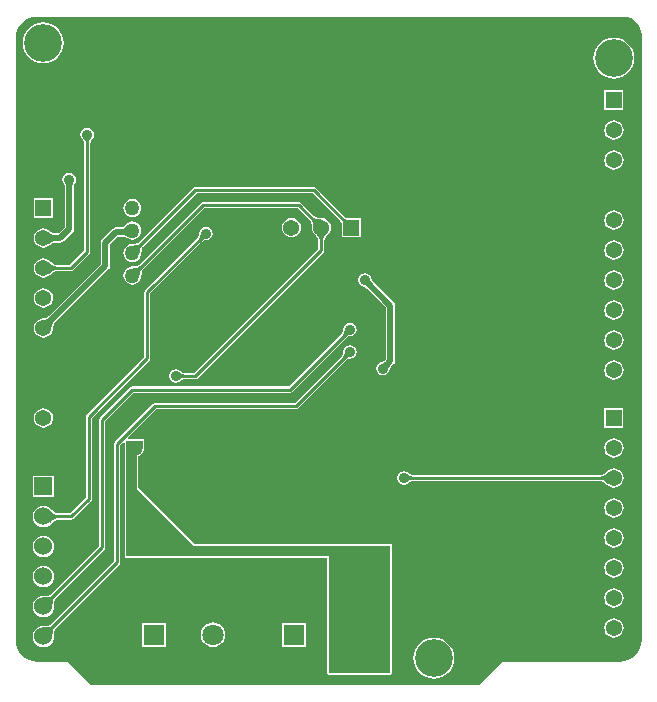
<source format=gbl>
G04*
G04 #@! TF.GenerationSoftware,Altium Limited,Altium Designer,24.3.1 (35)*
G04*
G04 Layer_Physical_Order=2*
G04 Layer_Color=16711680*
%FSLAX25Y25*%
%MOIN*%
G70*
G04*
G04 #@! TF.SameCoordinates,DE864B26-D939-457F-A8F5-E13979E0EDEB*
G04*
G04*
G04 #@! TF.FilePolarity,Positive*
G04*
G01*
G75*
%ADD14C,0.01000*%
%ADD46C,0.02000*%
%ADD49C,0.05394*%
%ADD50R,0.05394X0.05394*%
%ADD51C,0.06024*%
%ADD52R,0.06024X0.06024*%
%ADD53R,0.05394X0.05394*%
%ADD54R,0.07087X0.07087*%
%ADD55C,0.07087*%
%ADD56C,0.12598*%
%ADD57C,0.03500*%
%ADD58C,0.05000*%
G36*
X-191782Y117766D02*
X-191489Y117708D01*
X2455D01*
X2512Y117697D01*
X3370D01*
Y117690D01*
X4519Y117577D01*
X5624Y117242D01*
X6642Y116698D01*
X7534Y115965D01*
X8266Y115073D01*
X8811Y114055D01*
X9146Y112950D01*
X9259Y111801D01*
X9266D01*
X9266Y-90106D01*
X9265D01*
X9128Y-91493D01*
X8724Y-92826D01*
X8067Y-94055D01*
X7183Y-95132D01*
X6106Y-96016D01*
X4877Y-96673D01*
X3543Y-97078D01*
X2156Y-97214D01*
Y-97215D01*
X-36721D01*
X-37014Y-97273D01*
X-37262Y-97439D01*
X-37262Y-97439D01*
X-44912Y-105089D01*
X-174200D01*
X-181881Y-97408D01*
X-182130Y-97242D01*
X-182422Y-97184D01*
X-192292D01*
Y-97183D01*
X-193679Y-97046D01*
X-195012Y-96641D01*
X-196241Y-95985D01*
X-197319Y-95101D01*
X-198203Y-94024D01*
X-198859Y-92795D01*
X-199264Y-91461D01*
X-199400Y-90074D01*
X-199400Y-90074D01*
X-199400D01*
X-199402Y-89574D01*
X-199402Y110603D01*
X-199400D01*
X-199264Y111990D01*
X-198859Y113323D01*
X-198203Y114552D01*
X-197319Y115629D01*
X-196241Y116513D01*
X-195012Y117170D01*
X-193679Y117575D01*
X-192292Y117711D01*
X-192292Y117711D01*
Y117711D01*
X-191827Y117797D01*
X-191782Y117766D01*
D02*
G37*
%LPC*%
G36*
X-190174Y115852D02*
X-191507Y115720D01*
X-192789Y115332D01*
X-193970Y114700D01*
X-195005Y113851D01*
X-195855Y112815D01*
X-196486Y111634D01*
X-196875Y110353D01*
X-197006Y109020D01*
X-196875Y107687D01*
X-196486Y106405D01*
X-195855Y105224D01*
X-195005Y104189D01*
X-193970Y103339D01*
X-192789Y102708D01*
X-191507Y102319D01*
X-190174Y102188D01*
X-188841Y102319D01*
X-187560Y102708D01*
X-186378Y103339D01*
X-185343Y104189D01*
X-184494Y105224D01*
X-183862Y106405D01*
X-183473Y107687D01*
X-183342Y109020D01*
X-183473Y110353D01*
X-183862Y111634D01*
X-184494Y112815D01*
X-185343Y113851D01*
X-186378Y114700D01*
X-187560Y115332D01*
X-188841Y115720D01*
X-190174Y115852D01*
D02*
G37*
G36*
X0Y110832D02*
X-1333Y110701D01*
X-2615Y110312D01*
X-3796Y109681D01*
X-4831Y108831D01*
X-5681Y107796D01*
X-6312Y106614D01*
X-6701Y105333D01*
X-6832Y104000D01*
X-6701Y102667D01*
X-6312Y101385D01*
X-5681Y100204D01*
X-4831Y99169D01*
X-3796Y98319D01*
X-2615Y97688D01*
X-1333Y97299D01*
X0Y97168D01*
X1333Y97299D01*
X2615Y97688D01*
X3796Y98319D01*
X4831Y99169D01*
X5681Y100204D01*
X6312Y101385D01*
X6701Y102667D01*
X6832Y104000D01*
X6701Y105333D01*
X6312Y106614D01*
X5681Y107796D01*
X4831Y108831D01*
X3796Y109681D01*
X2615Y110312D01*
X1333Y110701D01*
X0Y110832D01*
D02*
G37*
G36*
X3197Y93197D02*
X-3197D01*
Y86803D01*
X3197D01*
Y93197D01*
D02*
G37*
G36*
X0Y83224D02*
X-835Y83115D01*
X-1612Y82792D01*
X-2280Y82280D01*
X-2792Y81612D01*
X-3115Y80835D01*
X-3224Y80000D01*
X-3115Y79165D01*
X-2792Y78388D01*
X-2280Y77720D01*
X-1612Y77208D01*
X-835Y76885D01*
X0Y76776D01*
X835Y76885D01*
X1612Y77208D01*
X2280Y77720D01*
X2792Y78388D01*
X3115Y79165D01*
X3224Y80000D01*
X3115Y80835D01*
X2792Y81612D01*
X2280Y82280D01*
X1612Y82792D01*
X835Y83115D01*
X0Y83224D01*
D02*
G37*
G36*
Y73224D02*
X-835Y73115D01*
X-1612Y72792D01*
X-2280Y72280D01*
X-2792Y71612D01*
X-3115Y70835D01*
X-3224Y70000D01*
X-3115Y69165D01*
X-2792Y68388D01*
X-2280Y67720D01*
X-1612Y67208D01*
X-835Y66885D01*
X0Y66776D01*
X835Y66885D01*
X1612Y67208D01*
X2280Y67720D01*
X2792Y68388D01*
X3115Y69165D01*
X3224Y70000D01*
X3115Y70835D01*
X2792Y71612D01*
X2280Y72280D01*
X1612Y72792D01*
X835Y73115D01*
X0Y73224D01*
D02*
G37*
G36*
X-160500Y57026D02*
X-161283Y56923D01*
X-162013Y56621D01*
X-162640Y56140D01*
X-163120Y55513D01*
X-163423Y54783D01*
X-163526Y54000D01*
X-163423Y53217D01*
X-163120Y52487D01*
X-162640Y51860D01*
X-162013Y51380D01*
X-161283Y51077D01*
X-160500Y50974D01*
X-159717Y51077D01*
X-158987Y51380D01*
X-158360Y51860D01*
X-157879Y52487D01*
X-157577Y53217D01*
X-157474Y54000D01*
X-157577Y54783D01*
X-157879Y55513D01*
X-158360Y56140D01*
X-158987Y56621D01*
X-159717Y56923D01*
X-160500Y57026D01*
D02*
G37*
G36*
X-186977Y57217D02*
X-193371D01*
Y50823D01*
X-186977D01*
Y57217D01*
D02*
G37*
G36*
X0Y53224D02*
X-835Y53115D01*
X-1612Y52792D01*
X-2280Y52280D01*
X-2792Y51612D01*
X-3115Y50835D01*
X-3224Y50000D01*
X-3115Y49165D01*
X-2792Y48388D01*
X-2280Y47720D01*
X-1612Y47207D01*
X-835Y46885D01*
X0Y46776D01*
X835Y46885D01*
X1612Y47207D01*
X2280Y47720D01*
X2792Y48388D01*
X3115Y49165D01*
X3224Y50000D01*
X3115Y50835D01*
X2792Y51612D01*
X2280Y52280D01*
X1612Y52792D01*
X835Y53115D01*
X0Y53224D01*
D02*
G37*
G36*
X-181500Y65794D02*
X-182378Y65619D01*
X-183122Y65122D01*
X-183619Y64378D01*
X-183794Y63500D01*
X-183619Y62622D01*
X-183145Y61912D01*
X-183143Y61907D01*
X-183134Y61895D01*
X-183131Y61892D01*
X-183122Y61869D01*
X-183106Y61814D01*
X-183089Y61733D01*
X-183074Y61639D01*
X-183043Y61187D01*
X-183041Y61008D01*
X-183029Y60980D01*
Y47633D01*
X-185111Y45552D01*
X-186009D01*
X-186034Y45564D01*
X-186276Y45572D01*
X-186488Y45594D01*
X-186689Y45631D01*
X-186880Y45682D01*
X-187063Y45747D01*
X-187236Y45825D01*
X-187403Y45919D01*
X-187562Y46026D01*
X-187716Y46150D01*
X-187879Y46303D01*
X-187919Y46319D01*
X-188562Y46812D01*
X-189340Y47134D01*
X-190174Y47244D01*
X-191009Y47134D01*
X-191786Y46812D01*
X-192454Y46300D01*
X-192967Y45632D01*
X-193289Y44854D01*
X-193399Y44020D01*
X-193289Y43185D01*
X-192967Y42408D01*
X-192454Y41740D01*
X-191786Y41227D01*
X-191009Y40905D01*
X-190174Y40795D01*
X-189340Y40905D01*
X-188562Y41227D01*
X-187911Y41727D01*
X-187874Y41741D01*
X-187711Y41895D01*
X-187558Y42018D01*
X-187399Y42126D01*
X-187233Y42220D01*
X-187059Y42298D01*
X-186878Y42363D01*
X-186687Y42414D01*
X-186485Y42451D01*
X-186273Y42474D01*
X-186032Y42482D01*
X-186006Y42493D01*
X-184477D01*
X-183892Y42610D01*
X-183396Y42941D01*
X-180419Y45919D01*
X-180087Y46415D01*
X-179971Y47000D01*
Y60975D01*
X-179959Y61001D01*
X-179950Y61358D01*
X-179926Y61635D01*
X-179911Y61733D01*
X-179894Y61814D01*
X-179878Y61869D01*
X-179869Y61892D01*
X-179866Y61895D01*
X-179857Y61907D01*
X-179855Y61912D01*
X-179381Y62622D01*
X-179206Y63500D01*
X-179381Y64378D01*
X-179878Y65122D01*
X-180622Y65619D01*
X-181500Y65794D01*
D02*
G37*
G36*
X-100000Y61020D02*
X-139500D01*
X-139890Y60942D01*
X-140221Y60721D01*
X-158374Y42568D01*
X-158418Y42553D01*
X-158536Y42449D01*
X-158649Y42373D01*
X-158786Y42300D01*
X-158948Y42234D01*
X-159137Y42176D01*
X-159352Y42126D01*
X-159587Y42088D01*
X-160159Y42044D01*
X-160480Y42041D01*
X-160523Y42023D01*
X-161283Y41923D01*
X-162013Y41620D01*
X-162640Y41140D01*
X-163120Y40513D01*
X-163423Y39783D01*
X-163526Y39000D01*
X-163423Y38217D01*
X-163120Y37487D01*
X-162640Y36860D01*
X-162013Y36380D01*
X-161283Y36077D01*
X-160500Y35974D01*
X-159717Y36077D01*
X-158987Y36380D01*
X-158360Y36860D01*
X-157879Y37487D01*
X-157577Y38217D01*
X-157479Y38965D01*
X-157459Y39008D01*
X-157439Y39645D01*
X-157413Y39906D01*
X-157374Y40148D01*
X-157324Y40363D01*
X-157266Y40552D01*
X-157200Y40714D01*
X-157127Y40851D01*
X-157051Y40964D01*
X-156947Y41082D01*
X-156932Y41126D01*
X-139078Y58980D01*
X-100422D01*
X-91306Y49864D01*
X-91288Y49816D01*
X-90931Y49433D01*
X-90812Y49284D01*
X-90721Y49155D01*
X-90697Y49112D01*
Y48812D01*
X-90714Y48771D01*
X-90697Y48729D01*
Y48728D01*
X-90707Y48684D01*
X-90697Y48668D01*
Y44303D01*
X-84303D01*
Y50697D01*
X-88668D01*
X-88684Y50707D01*
X-88728Y50697D01*
X-88729D01*
X-88771Y50714D01*
X-88812Y50697D01*
X-89113D01*
X-89155Y50722D01*
X-89278Y50808D01*
X-89615Y51094D01*
X-89809Y51281D01*
X-89859Y51301D01*
X-99279Y60721D01*
X-99610Y60942D01*
X-100000Y61020D01*
D02*
G37*
G36*
X-107500Y50724D02*
X-108335Y50615D01*
X-109112Y50292D01*
X-109780Y49780D01*
X-110292Y49112D01*
X-110615Y48335D01*
X-110724Y47500D01*
X-110615Y46665D01*
X-110292Y45888D01*
X-109780Y45220D01*
X-109112Y44708D01*
X-108335Y44385D01*
X-107500Y44276D01*
X-106666Y44385D01*
X-105888Y44708D01*
X-105220Y45220D01*
X-104708Y45888D01*
X-104385Y46665D01*
X-104276Y47500D01*
X-104385Y48335D01*
X-104708Y49112D01*
X-105220Y49780D01*
X-105888Y50292D01*
X-106666Y50615D01*
X-107500Y50724D01*
D02*
G37*
G36*
X-160500Y49526D02*
X-161283Y49423D01*
X-162013Y49121D01*
X-162640Y48640D01*
X-162959Y48224D01*
X-163037Y48176D01*
X-163138Y48037D01*
X-163229Y47937D01*
X-163330Y47849D01*
X-163442Y47772D01*
X-163567Y47706D01*
X-163708Y47649D01*
X-163866Y47604D01*
X-164041Y47570D01*
X-164236Y47549D01*
X-164468Y47541D01*
X-164493Y47529D01*
X-166000D01*
X-166585Y47413D01*
X-167081Y47081D01*
X-170581Y43581D01*
X-170913Y43085D01*
X-171029Y42500D01*
Y35327D01*
X-188310Y18047D01*
X-188336Y18037D01*
X-188512Y17873D01*
X-188678Y17739D01*
X-188846Y17622D01*
X-189017Y17523D01*
X-189192Y17440D01*
X-189371Y17373D01*
X-189554Y17322D01*
X-189743Y17285D01*
X-189939Y17264D01*
X-190163Y17257D01*
X-190200Y17241D01*
X-191009Y17134D01*
X-191786Y16812D01*
X-192454Y16300D01*
X-192967Y15632D01*
X-193289Y14854D01*
X-193399Y14020D01*
X-193289Y13185D01*
X-192967Y12408D01*
X-192454Y11740D01*
X-191786Y11227D01*
X-191009Y10905D01*
X-190174Y10795D01*
X-189340Y10905D01*
X-188562Y11227D01*
X-187894Y11740D01*
X-187382Y12408D01*
X-187060Y13185D01*
X-186953Y13994D01*
X-186936Y14031D01*
X-186930Y14255D01*
X-186909Y14451D01*
X-186872Y14640D01*
X-186821Y14823D01*
X-186754Y15002D01*
X-186671Y15176D01*
X-186572Y15348D01*
X-186455Y15516D01*
X-186321Y15682D01*
X-186156Y15858D01*
X-186147Y15884D01*
X-168419Y33612D01*
X-168087Y34109D01*
X-167971Y34694D01*
Y41866D01*
X-165366Y44471D01*
X-164049D01*
X-164025Y44459D01*
X-163561Y44438D01*
X-163365Y44413D01*
X-163173Y44379D01*
X-162990Y44335D01*
X-162816Y44282D01*
X-162651Y44219D01*
X-162494Y44148D01*
X-162344Y44069D01*
X-162187Y43970D01*
X-162115Y43957D01*
X-162013Y43880D01*
X-161283Y43577D01*
X-160500Y43474D01*
X-159717Y43577D01*
X-158987Y43880D01*
X-158360Y44360D01*
X-157879Y44987D01*
X-157577Y45717D01*
X-157474Y46500D01*
X-157577Y47283D01*
X-157879Y48013D01*
X-158360Y48640D01*
X-158987Y49121D01*
X-159717Y49423D01*
X-160500Y49526D01*
D02*
G37*
G36*
X-136000Y47794D02*
X-136878Y47620D01*
X-137622Y47122D01*
X-138119Y46378D01*
X-138294Y45500D01*
X-138291Y45485D01*
X-138294Y45310D01*
X-138306Y45154D01*
X-138327Y45011D01*
X-138355Y44880D01*
X-138390Y44761D01*
X-138432Y44653D01*
X-138481Y44554D01*
X-138535Y44465D01*
X-138597Y44383D01*
X-138682Y44289D01*
X-138699Y44243D01*
X-156221Y26721D01*
X-156442Y26390D01*
X-156520Y26000D01*
Y4422D01*
X-175721Y-14779D01*
X-175942Y-15110D01*
X-176020Y-15500D01*
Y-42578D01*
X-181237Y-47795D01*
X-185317D01*
X-185357Y-47775D01*
X-185535Y-47762D01*
X-185694Y-47728D01*
X-185874Y-47667D01*
X-186076Y-47575D01*
X-186296Y-47451D01*
X-186535Y-47293D01*
X-186784Y-47106D01*
X-187345Y-46615D01*
X-187643Y-46321D01*
X-187669Y-46311D01*
X-187670Y-46310D01*
X-188403Y-45747D01*
X-189257Y-45393D01*
X-190174Y-45273D01*
X-191091Y-45393D01*
X-191945Y-45747D01*
X-192679Y-46310D01*
X-193242Y-47044D01*
X-193596Y-47898D01*
X-193716Y-48815D01*
X-193596Y-49732D01*
X-193242Y-50586D01*
X-192679Y-51320D01*
X-191945Y-51882D01*
X-191091Y-52236D01*
X-190174Y-52357D01*
X-189257Y-52236D01*
X-188403Y-51882D01*
X-187670Y-51320D01*
X-187669Y-51319D01*
X-187643Y-51309D01*
X-187345Y-51015D01*
X-186784Y-50524D01*
X-186535Y-50337D01*
X-186296Y-50179D01*
X-186076Y-50055D01*
X-185874Y-49963D01*
X-185694Y-49902D01*
X-185535Y-49868D01*
X-185357Y-49855D01*
X-185317Y-49835D01*
X-180815D01*
X-180425Y-49757D01*
X-180094Y-49536D01*
X-174279Y-43721D01*
X-174058Y-43390D01*
X-173980Y-43000D01*
Y-15922D01*
X-154779Y3279D01*
X-154558Y3610D01*
X-154480Y4000D01*
Y25578D01*
X-137257Y42801D01*
X-137211Y42818D01*
X-137117Y42903D01*
X-137035Y42965D01*
X-136945Y43019D01*
X-136847Y43068D01*
X-136739Y43110D01*
X-136620Y43145D01*
X-136489Y43173D01*
X-136346Y43194D01*
X-136190Y43206D01*
X-136015Y43209D01*
X-136000Y43206D01*
X-135122Y43380D01*
X-134378Y43878D01*
X-133880Y44622D01*
X-133706Y45500D01*
X-133880Y46378D01*
X-134378Y47122D01*
X-135122Y47620D01*
X-136000Y47794D01*
D02*
G37*
G36*
X0Y43224D02*
X-835Y43115D01*
X-1612Y42792D01*
X-2280Y42280D01*
X-2792Y41612D01*
X-3115Y40835D01*
X-3224Y40000D01*
X-3115Y39165D01*
X-2792Y38388D01*
X-2280Y37720D01*
X-1612Y37207D01*
X-835Y36885D01*
X0Y36776D01*
X835Y36885D01*
X1612Y37207D01*
X2280Y37720D01*
X2792Y38388D01*
X3115Y39165D01*
X3224Y40000D01*
X3115Y40835D01*
X2792Y41612D01*
X2280Y42280D01*
X1612Y42792D01*
X835Y43115D01*
X0Y43224D01*
D02*
G37*
G36*
X-175500Y80794D02*
X-176378Y80619D01*
X-177122Y80122D01*
X-177620Y79378D01*
X-177794Y78500D01*
X-177620Y77622D01*
X-177122Y76878D01*
X-177110Y76869D01*
X-176988Y76743D01*
X-176886Y76625D01*
X-176800Y76509D01*
X-176727Y76397D01*
X-176668Y76287D01*
X-176621Y76181D01*
X-176586Y76077D01*
X-176561Y75975D01*
X-176547Y75874D01*
X-176541Y75747D01*
X-176520Y75703D01*
Y39922D01*
X-181422Y35020D01*
X-185824D01*
X-185865Y35040D01*
X-186031Y35051D01*
X-186174Y35080D01*
X-186334Y35132D01*
X-186510Y35209D01*
X-186701Y35314D01*
X-186907Y35447D01*
X-187119Y35604D01*
X-187599Y36024D01*
X-187852Y36277D01*
X-187888Y36291D01*
X-187894Y36300D01*
X-188562Y36812D01*
X-189340Y37134D01*
X-190174Y37244D01*
X-191009Y37134D01*
X-191786Y36812D01*
X-192454Y36300D01*
X-192967Y35632D01*
X-193289Y34854D01*
X-193399Y34020D01*
X-193289Y33185D01*
X-192967Y32408D01*
X-192454Y31740D01*
X-191786Y31227D01*
X-191009Y30905D01*
X-190174Y30795D01*
X-189340Y30905D01*
X-188562Y31227D01*
X-187940Y31704D01*
X-187893Y31722D01*
X-187373Y32207D01*
X-187143Y32394D01*
X-186921Y32555D01*
X-186713Y32687D01*
X-186519Y32791D01*
X-186341Y32868D01*
X-186180Y32920D01*
X-186037Y32949D01*
X-185872Y32960D01*
X-185831Y32980D01*
X-181000D01*
X-180610Y33058D01*
X-180279Y33279D01*
X-174779Y38779D01*
X-174558Y39110D01*
X-174480Y39500D01*
Y75703D01*
X-174459Y75747D01*
X-174453Y75874D01*
X-174439Y75975D01*
X-174414Y76077D01*
X-174379Y76181D01*
X-174332Y76287D01*
X-174273Y76397D01*
X-174200Y76509D01*
X-174114Y76625D01*
X-174012Y76743D01*
X-173890Y76869D01*
X-173878Y76878D01*
X-173380Y77622D01*
X-173206Y78500D01*
X-173380Y79378D01*
X-173878Y80122D01*
X-174622Y80619D01*
X-175500Y80794D01*
D02*
G37*
G36*
X0Y33224D02*
X-835Y33115D01*
X-1612Y32792D01*
X-2280Y32280D01*
X-2792Y31612D01*
X-3115Y30835D01*
X-3224Y30000D01*
X-3115Y29165D01*
X-2792Y28388D01*
X-2280Y27720D01*
X-1612Y27207D01*
X-835Y26885D01*
X0Y26776D01*
X835Y26885D01*
X1612Y27207D01*
X2280Y27720D01*
X2792Y28388D01*
X3115Y29165D01*
X3224Y30000D01*
X3115Y30835D01*
X2792Y31612D01*
X2280Y32280D01*
X1612Y32792D01*
X835Y33115D01*
X0Y33224D01*
D02*
G37*
G36*
X-190174Y27244D02*
X-191009Y27134D01*
X-191786Y26812D01*
X-192454Y26300D01*
X-192967Y25632D01*
X-193289Y24854D01*
X-193399Y24020D01*
X-193289Y23185D01*
X-192967Y22408D01*
X-192454Y21740D01*
X-191786Y21227D01*
X-191009Y20905D01*
X-190174Y20795D01*
X-189340Y20905D01*
X-188562Y21227D01*
X-187894Y21740D01*
X-187382Y22408D01*
X-187060Y23185D01*
X-186950Y24020D01*
X-187060Y24854D01*
X-187382Y25632D01*
X-187894Y26300D01*
X-188562Y26812D01*
X-189340Y27134D01*
X-190174Y27244D01*
D02*
G37*
G36*
X0Y23224D02*
X-835Y23115D01*
X-1612Y22792D01*
X-2280Y22280D01*
X-2792Y21612D01*
X-3115Y20834D01*
X-3224Y20000D01*
X-3115Y19165D01*
X-2792Y18388D01*
X-2280Y17720D01*
X-1612Y17208D01*
X-835Y16885D01*
X0Y16776D01*
X835Y16885D01*
X1612Y17208D01*
X2280Y17720D01*
X2792Y18388D01*
X3115Y19165D01*
X3224Y20000D01*
X3115Y20834D01*
X2792Y21612D01*
X2280Y22280D01*
X1612Y22792D01*
X835Y23115D01*
X0Y23224D01*
D02*
G37*
G36*
X-88000Y15794D02*
X-88878Y15619D01*
X-89622Y15122D01*
X-90119Y14378D01*
X-90294Y13500D01*
X-90291Y13485D01*
X-90294Y13310D01*
X-90306Y13154D01*
X-90327Y13011D01*
X-90355Y12880D01*
X-90390Y12761D01*
X-90432Y12653D01*
X-90481Y12554D01*
X-90535Y12465D01*
X-90597Y12383D01*
X-90682Y12289D01*
X-90699Y12243D01*
X-108422Y-5480D01*
X-160500D01*
X-160890Y-5558D01*
X-161221Y-5779D01*
X-171221Y-15779D01*
X-171442Y-16110D01*
X-171520Y-16500D01*
Y-58719D01*
X-187460Y-74659D01*
X-187503Y-74673D01*
X-187638Y-74790D01*
X-187775Y-74878D01*
X-187946Y-74963D01*
X-188153Y-75040D01*
X-188397Y-75108D01*
X-188676Y-75165D01*
X-188985Y-75209D01*
X-189729Y-75259D01*
X-190148Y-75262D01*
X-190174Y-75273D01*
X-190174Y-75273D01*
X-191091Y-75393D01*
X-191945Y-75747D01*
X-192679Y-76310D01*
X-193242Y-77044D01*
X-193596Y-77898D01*
X-193716Y-78815D01*
X-193596Y-79732D01*
X-193242Y-80586D01*
X-192679Y-81320D01*
X-191945Y-81883D01*
X-191091Y-82236D01*
X-190174Y-82357D01*
X-189257Y-82236D01*
X-188403Y-81883D01*
X-187670Y-81320D01*
X-187107Y-80586D01*
X-186753Y-79732D01*
X-186632Y-78815D01*
X-186632Y-78814D01*
X-186621Y-78789D01*
X-186618Y-78369D01*
X-186569Y-77626D01*
X-186525Y-77317D01*
X-186468Y-77038D01*
X-186399Y-76794D01*
X-186322Y-76587D01*
X-186238Y-76415D01*
X-186149Y-76279D01*
X-186033Y-76144D01*
X-186019Y-76101D01*
X-169779Y-59862D01*
X-169558Y-59531D01*
X-169480Y-59141D01*
Y-16922D01*
X-160078Y-7520D01*
X-108000D01*
X-107610Y-7442D01*
X-107279Y-7221D01*
X-89257Y10801D01*
X-89211Y10818D01*
X-89117Y10903D01*
X-89035Y10965D01*
X-88946Y11019D01*
X-88847Y11068D01*
X-88739Y11110D01*
X-88620Y11145D01*
X-88489Y11173D01*
X-88346Y11194D01*
X-88190Y11206D01*
X-88015Y11209D01*
X-88000Y11206D01*
X-87122Y11381D01*
X-86378Y11878D01*
X-85881Y12622D01*
X-85706Y13500D01*
X-85881Y14378D01*
X-86378Y15122D01*
X-87122Y15619D01*
X-88000Y15794D01*
D02*
G37*
G36*
X0Y13224D02*
X-835Y13115D01*
X-1612Y12792D01*
X-2280Y12280D01*
X-2792Y11612D01*
X-3115Y10835D01*
X-3224Y10000D01*
X-3115Y9165D01*
X-2792Y8388D01*
X-2280Y7720D01*
X-1612Y7208D01*
X-835Y6885D01*
X0Y6776D01*
X835Y6885D01*
X1612Y7208D01*
X2280Y7720D01*
X2792Y8388D01*
X3115Y9165D01*
X3224Y10000D01*
X3115Y10835D01*
X2792Y11612D01*
X2280Y12280D01*
X1612Y12792D01*
X835Y13115D01*
X0Y13224D01*
D02*
G37*
G36*
X-88000Y8294D02*
X-88878Y8119D01*
X-89622Y7622D01*
X-90119Y6878D01*
X-90294Y6000D01*
X-90291Y5985D01*
X-90294Y5810D01*
X-90306Y5654D01*
X-90327Y5511D01*
X-90355Y5380D01*
X-90390Y5261D01*
X-90432Y5153D01*
X-90481Y5054D01*
X-90535Y4965D01*
X-90597Y4883D01*
X-90682Y4789D01*
X-90699Y4743D01*
X-106422Y-10980D01*
X-153000D01*
X-153390Y-11058D01*
X-153721Y-11279D01*
X-166221Y-23779D01*
X-166442Y-24110D01*
X-166520Y-24500D01*
Y-63718D01*
X-187460Y-84659D01*
X-187503Y-84673D01*
X-187638Y-84790D01*
X-187775Y-84878D01*
X-187946Y-84962D01*
X-188153Y-85040D01*
X-188397Y-85108D01*
X-188676Y-85165D01*
X-188985Y-85209D01*
X-189729Y-85259D01*
X-190148Y-85262D01*
X-190174Y-85273D01*
X-190174Y-85273D01*
X-191091Y-85394D01*
X-191945Y-85747D01*
X-192679Y-86310D01*
X-193242Y-87044D01*
X-193596Y-87898D01*
X-193716Y-88815D01*
X-193596Y-89732D01*
X-193242Y-90586D01*
X-192679Y-91320D01*
X-191945Y-91882D01*
X-191091Y-92236D01*
X-190174Y-92357D01*
X-189257Y-92236D01*
X-188403Y-91882D01*
X-187670Y-91320D01*
X-187107Y-90586D01*
X-186753Y-89732D01*
X-186632Y-88815D01*
X-186632Y-88814D01*
X-186621Y-88789D01*
X-186618Y-88370D01*
X-186569Y-87626D01*
X-186525Y-87317D01*
X-186468Y-87038D01*
X-186399Y-86794D01*
X-186322Y-86587D01*
X-186238Y-86415D01*
X-186149Y-86279D01*
X-186033Y-86144D01*
X-186019Y-86101D01*
X-164779Y-64862D01*
X-164558Y-64531D01*
X-164480Y-64141D01*
Y-24922D01*
X-163541Y-23983D01*
X-163041Y-24190D01*
Y-62000D01*
X-162883Y-62383D01*
X-162500Y-62541D01*
X-95541D01*
Y-101000D01*
X-95383Y-101383D01*
X-95000Y-101541D01*
X-74500D01*
X-74117Y-101383D01*
X-73959Y-101000D01*
Y-58500D01*
X-74117Y-58117D01*
X-74500Y-57959D01*
X-139776D01*
X-158459Y-39276D01*
Y-28725D01*
X-158389Y-28673D01*
X-158122Y-28620D01*
X-157378Y-28122D01*
X-156880Y-27378D01*
X-156706Y-26500D01*
X-156711Y-26476D01*
X-156617Y-26383D01*
X-156459Y-26000D01*
X-156459Y-26000D01*
Y-23500D01*
X-156617Y-23117D01*
X-157000Y-22959D01*
X-161810D01*
X-162017Y-22459D01*
X-152578Y-13020D01*
X-106000D01*
X-105610Y-12942D01*
X-105279Y-12721D01*
X-89257Y3301D01*
X-89211Y3318D01*
X-89117Y3403D01*
X-89035Y3464D01*
X-88946Y3519D01*
X-88847Y3568D01*
X-88739Y3610D01*
X-88620Y3645D01*
X-88489Y3673D01*
X-88346Y3694D01*
X-88190Y3706D01*
X-88015Y3709D01*
X-88000Y3706D01*
X-87122Y3881D01*
X-86378Y4378D01*
X-85881Y5122D01*
X-85706Y6000D01*
X-85881Y6878D01*
X-86378Y7622D01*
X-87122Y8119D01*
X-88000Y8294D01*
D02*
G37*
G36*
X-105000Y56020D02*
X-137000D01*
X-137390Y55942D01*
X-137721Y55721D01*
X-158374Y35068D01*
X-158418Y35053D01*
X-158536Y34949D01*
X-158649Y34873D01*
X-158786Y34800D01*
X-158948Y34734D01*
X-159137Y34676D01*
X-159352Y34626D01*
X-159587Y34589D01*
X-160159Y34544D01*
X-160480Y34541D01*
X-160523Y34523D01*
X-161283Y34423D01*
X-162013Y34121D01*
X-162640Y33640D01*
X-163120Y33013D01*
X-163423Y32283D01*
X-163526Y31500D01*
X-163423Y30717D01*
X-163120Y29987D01*
X-162640Y29360D01*
X-162013Y28879D01*
X-161283Y28577D01*
X-160500Y28474D01*
X-159717Y28577D01*
X-158987Y28879D01*
X-158360Y29360D01*
X-157879Y29987D01*
X-157577Y30717D01*
X-157479Y31465D01*
X-157459Y31508D01*
X-157439Y32145D01*
X-157413Y32406D01*
X-157374Y32648D01*
X-157324Y32863D01*
X-157266Y33052D01*
X-157200Y33214D01*
X-157127Y33351D01*
X-157051Y33464D01*
X-156947Y33582D01*
X-156932Y33626D01*
X-136578Y53980D01*
X-105422D01*
X-101294Y49852D01*
X-101280Y49809D01*
X-101171Y49684D01*
X-101090Y49562D01*
X-101013Y49413D01*
X-100943Y49233D01*
X-100880Y49023D01*
X-100828Y48783D01*
X-100787Y48520D01*
X-100741Y47881D01*
X-100738Y47522D01*
X-100723Y47486D01*
X-100615Y46665D01*
X-100292Y45888D01*
X-99796Y45240D01*
X-99781Y45202D01*
X-99294Y44687D01*
X-99107Y44460D01*
X-98946Y44240D01*
X-98813Y44033D01*
X-98709Y43840D01*
X-98632Y43663D01*
X-98580Y43503D01*
X-98551Y43360D01*
X-98540Y43194D01*
X-98520Y43154D01*
Y40422D01*
X-139922Y-980D01*
X-143203D01*
X-143247Y-959D01*
X-143374Y-953D01*
X-143475Y-939D01*
X-143577Y-914D01*
X-143681Y-879D01*
X-143787Y-832D01*
X-143897Y-773D01*
X-144009Y-701D01*
X-144125Y-614D01*
X-144243Y-512D01*
X-144369Y-390D01*
X-144378Y-378D01*
X-145122Y119D01*
X-146000Y294D01*
X-146878Y119D01*
X-147622Y-378D01*
X-148119Y-1122D01*
X-148294Y-2000D01*
X-148119Y-2878D01*
X-147622Y-3622D01*
X-146878Y-4119D01*
X-146000Y-4294D01*
X-145122Y-4119D01*
X-144378Y-3622D01*
X-144369Y-3610D01*
X-144243Y-3488D01*
X-144125Y-3386D01*
X-144009Y-3300D01*
X-143897Y-3227D01*
X-143787Y-3168D01*
X-143681Y-3121D01*
X-143577Y-3086D01*
X-143475Y-3061D01*
X-143374Y-3047D01*
X-143247Y-3041D01*
X-143203Y-3020D01*
X-139500D01*
X-139110Y-2942D01*
X-138779Y-2721D01*
X-96779Y39279D01*
X-96558Y39610D01*
X-96480Y40000D01*
Y43154D01*
X-96460Y43194D01*
X-96449Y43360D01*
X-96420Y43503D01*
X-96368Y43663D01*
X-96291Y43840D01*
X-96187Y44033D01*
X-96054Y44240D01*
X-95897Y44454D01*
X-95478Y44939D01*
X-95226Y45195D01*
X-95212Y45231D01*
X-94708Y45888D01*
X-94385Y46665D01*
X-94276Y47500D01*
X-94385Y48335D01*
X-94708Y49112D01*
X-95220Y49780D01*
X-95888Y50292D01*
X-96665Y50615D01*
X-97474Y50721D01*
X-97512Y50738D01*
X-98220Y50758D01*
X-98513Y50787D01*
X-98783Y50828D01*
X-99023Y50880D01*
X-99233Y50943D01*
X-99413Y51013D01*
X-99562Y51090D01*
X-99684Y51171D01*
X-99809Y51280D01*
X-99852Y51294D01*
X-104279Y55721D01*
X-104610Y55942D01*
X-105000Y56020D01*
D02*
G37*
G36*
X-83000Y32294D02*
X-83878Y32120D01*
X-84622Y31622D01*
X-85119Y30878D01*
X-85294Y30000D01*
X-85119Y29122D01*
X-84622Y28378D01*
X-83878Y27880D01*
X-83040Y27714D01*
X-83035Y27711D01*
X-83021Y27710D01*
X-83016Y27709D01*
X-82994Y27700D01*
X-82943Y27672D01*
X-82874Y27627D01*
X-82798Y27571D01*
X-82456Y27273D01*
X-82327Y27148D01*
X-82300Y27137D01*
X-76029Y20866D01*
Y3633D01*
X-76296Y3367D01*
X-76323Y3357D01*
X-76581Y3110D01*
X-76794Y2932D01*
X-76874Y2873D01*
X-76943Y2828D01*
X-76994Y2801D01*
X-77016Y2791D01*
X-77021Y2790D01*
X-77035Y2788D01*
X-77040Y2786D01*
X-77878Y2620D01*
X-78622Y2122D01*
X-79119Y1378D01*
X-79294Y500D01*
X-79119Y-378D01*
X-78622Y-1122D01*
X-77878Y-1619D01*
X-77000Y-1794D01*
X-76122Y-1619D01*
X-75378Y-1122D01*
X-74881Y-378D01*
X-74714Y460D01*
X-74712Y465D01*
X-74710Y479D01*
X-74709Y484D01*
X-74699Y506D01*
X-74672Y557D01*
X-74627Y626D01*
X-74571Y702D01*
X-74274Y1044D01*
X-74148Y1173D01*
X-74137Y1200D01*
X-73419Y1919D01*
X-73087Y2415D01*
X-72971Y3000D01*
Y21500D01*
X-73087Y22085D01*
X-73419Y22581D01*
X-80133Y29296D01*
X-80143Y29322D01*
X-80390Y29581D01*
X-80568Y29794D01*
X-80627Y29874D01*
X-80672Y29943D01*
X-80699Y29994D01*
X-80709Y30016D01*
X-80710Y30021D01*
X-80712Y30035D01*
X-80714Y30040D01*
X-80881Y30878D01*
X-81378Y31622D01*
X-82122Y32120D01*
X-83000Y32294D01*
D02*
G37*
G36*
X0Y3224D02*
X-835Y3115D01*
X-1612Y2792D01*
X-2280Y2280D01*
X-2792Y1612D01*
X-3115Y835D01*
X-3224Y0D01*
X-3115Y-835D01*
X-2792Y-1612D01*
X-2280Y-2280D01*
X-1612Y-2792D01*
X-835Y-3115D01*
X0Y-3224D01*
X835Y-3115D01*
X1612Y-2792D01*
X2280Y-2280D01*
X2792Y-1612D01*
X3115Y-835D01*
X3224Y0D01*
X3115Y835D01*
X2792Y1612D01*
X2280Y2280D01*
X1612Y2792D01*
X835Y3115D01*
X0Y3224D01*
D02*
G37*
G36*
X3197Y-12787D02*
X-3197D01*
Y-19181D01*
X3197D01*
Y-12787D01*
D02*
G37*
G36*
X-190174Y-12756D02*
X-191009Y-12866D01*
X-191786Y-13188D01*
X-192454Y-13700D01*
X-192967Y-14368D01*
X-193289Y-15146D01*
X-193399Y-15980D01*
X-193289Y-16815D01*
X-192967Y-17593D01*
X-192454Y-18260D01*
X-191786Y-18773D01*
X-191009Y-19095D01*
X-190174Y-19205D01*
X-189340Y-19095D01*
X-188562Y-18773D01*
X-187894Y-18260D01*
X-187382Y-17593D01*
X-187060Y-16815D01*
X-186950Y-15980D01*
X-187060Y-15146D01*
X-187382Y-14368D01*
X-187894Y-13700D01*
X-188562Y-13188D01*
X-189340Y-12866D01*
X-190174Y-12756D01*
D02*
G37*
G36*
X0Y-22760D02*
X-835Y-22870D01*
X-1612Y-23192D01*
X-2280Y-23704D01*
X-2792Y-24372D01*
X-3115Y-25150D01*
X-3224Y-25984D01*
X-3115Y-26819D01*
X-2792Y-27597D01*
X-2280Y-28264D01*
X-1612Y-28777D01*
X-835Y-29099D01*
X0Y-29209D01*
X835Y-29099D01*
X1612Y-28777D01*
X2280Y-28264D01*
X2792Y-27597D01*
X3115Y-26819D01*
X3224Y-25984D01*
X3115Y-25150D01*
X2792Y-24372D01*
X2280Y-23704D01*
X1612Y-23192D01*
X835Y-22870D01*
X0Y-22760D01*
D02*
G37*
G36*
Y-32760D02*
X-835Y-32870D01*
X-1612Y-33192D01*
X-2260Y-33689D01*
X-2297Y-33703D01*
X-2813Y-34190D01*
X-3040Y-34377D01*
X-3260Y-34538D01*
X-3467Y-34671D01*
X-3660Y-34775D01*
X-3837Y-34852D01*
X-3997Y-34904D01*
X-4140Y-34933D01*
X-4306Y-34944D01*
X-4346Y-34965D01*
X-67187D01*
X-67232Y-34944D01*
X-67359Y-34938D01*
X-67460Y-34923D01*
X-67561Y-34899D01*
X-67665Y-34863D01*
X-67772Y-34817D01*
X-67881Y-34757D01*
X-67993Y-34685D01*
X-68109Y-34598D01*
X-68227Y-34497D01*
X-68354Y-34375D01*
X-68362Y-34362D01*
X-69106Y-33865D01*
X-69984Y-33690D01*
X-70862Y-33865D01*
X-71606Y-34362D01*
X-72104Y-35106D01*
X-72278Y-35984D01*
X-72104Y-36862D01*
X-71606Y-37606D01*
X-70862Y-38104D01*
X-69984Y-38278D01*
X-69106Y-38104D01*
X-68362Y-37606D01*
X-68354Y-37594D01*
X-68227Y-37472D01*
X-68109Y-37371D01*
X-67993Y-37284D01*
X-67881Y-37211D01*
X-67772Y-37152D01*
X-67665Y-37105D01*
X-67561Y-37070D01*
X-67460Y-37045D01*
X-67359Y-37031D01*
X-67232Y-37025D01*
X-67187Y-37004D01*
X-4346D01*
X-4306Y-37024D01*
X-4140Y-37036D01*
X-3997Y-37064D01*
X-3837Y-37116D01*
X-3660Y-37193D01*
X-3467Y-37297D01*
X-3260Y-37430D01*
X-3046Y-37588D01*
X-2561Y-38006D01*
X-2305Y-38258D01*
X-2269Y-38273D01*
X-1612Y-38777D01*
X-835Y-39099D01*
X0Y-39209D01*
X835Y-39099D01*
X1612Y-38777D01*
X2280Y-38264D01*
X2792Y-37596D01*
X3115Y-36819D01*
X3224Y-35984D01*
X3115Y-35150D01*
X2792Y-34372D01*
X2280Y-33704D01*
X1612Y-33192D01*
X835Y-32870D01*
X0Y-32760D01*
D02*
G37*
G36*
X-186662Y-35303D02*
X-193686D01*
Y-42327D01*
X-186662D01*
Y-35303D01*
D02*
G37*
G36*
X0Y-42760D02*
X-835Y-42870D01*
X-1612Y-43192D01*
X-2280Y-43704D01*
X-2792Y-44372D01*
X-3115Y-45150D01*
X-3224Y-45984D01*
X-3115Y-46819D01*
X-2792Y-47596D01*
X-2280Y-48264D01*
X-1612Y-48777D01*
X-835Y-49099D01*
X0Y-49209D01*
X835Y-49099D01*
X1612Y-48777D01*
X2280Y-48264D01*
X2792Y-47596D01*
X3115Y-46819D01*
X3224Y-45984D01*
X3115Y-45150D01*
X2792Y-44372D01*
X2280Y-43704D01*
X1612Y-43192D01*
X835Y-42870D01*
X0Y-42760D01*
D02*
G37*
G36*
Y-52760D02*
X-835Y-52870D01*
X-1612Y-53192D01*
X-2280Y-53704D01*
X-2792Y-54372D01*
X-3115Y-55150D01*
X-3224Y-55984D01*
X-3115Y-56819D01*
X-2792Y-57596D01*
X-2280Y-58264D01*
X-1612Y-58777D01*
X-835Y-59099D01*
X0Y-59209D01*
X835Y-59099D01*
X1612Y-58777D01*
X2280Y-58264D01*
X2792Y-57596D01*
X3115Y-56819D01*
X3224Y-55984D01*
X3115Y-55150D01*
X2792Y-54372D01*
X2280Y-53704D01*
X1612Y-53192D01*
X835Y-52870D01*
X0Y-52760D01*
D02*
G37*
G36*
X-190174Y-55273D02*
X-191091Y-55393D01*
X-191945Y-55747D01*
X-192679Y-56310D01*
X-193242Y-57044D01*
X-193596Y-57898D01*
X-193716Y-58815D01*
X-193596Y-59732D01*
X-193242Y-60586D01*
X-192679Y-61320D01*
X-191945Y-61883D01*
X-191091Y-62236D01*
X-190174Y-62357D01*
X-189257Y-62236D01*
X-188403Y-61883D01*
X-187670Y-61320D01*
X-187107Y-60586D01*
X-186753Y-59732D01*
X-186632Y-58815D01*
X-186753Y-57898D01*
X-187107Y-57044D01*
X-187670Y-56310D01*
X-188403Y-55747D01*
X-189257Y-55393D01*
X-190174Y-55273D01*
D02*
G37*
G36*
X0Y-62760D02*
X-835Y-62870D01*
X-1612Y-63192D01*
X-2280Y-63704D01*
X-2792Y-64372D01*
X-3115Y-65150D01*
X-3224Y-65984D01*
X-3115Y-66819D01*
X-2792Y-67597D01*
X-2280Y-68264D01*
X-1612Y-68777D01*
X-835Y-69099D01*
X0Y-69209D01*
X835Y-69099D01*
X1612Y-68777D01*
X2280Y-68264D01*
X2792Y-67597D01*
X3115Y-66819D01*
X3224Y-65984D01*
X3115Y-65150D01*
X2792Y-64372D01*
X2280Y-63704D01*
X1612Y-63192D01*
X835Y-62870D01*
X0Y-62760D01*
D02*
G37*
G36*
X-190174Y-65273D02*
X-191091Y-65394D01*
X-191945Y-65747D01*
X-192679Y-66310D01*
X-193242Y-67044D01*
X-193596Y-67898D01*
X-193716Y-68815D01*
X-193596Y-69732D01*
X-193242Y-70586D01*
X-192679Y-71320D01*
X-191945Y-71882D01*
X-191091Y-72236D01*
X-190174Y-72357D01*
X-189257Y-72236D01*
X-188403Y-71882D01*
X-187670Y-71320D01*
X-187107Y-70586D01*
X-186753Y-69732D01*
X-186632Y-68815D01*
X-186753Y-67898D01*
X-187107Y-67044D01*
X-187670Y-66310D01*
X-188403Y-65747D01*
X-189257Y-65394D01*
X-190174Y-65273D01*
D02*
G37*
G36*
X0Y-72760D02*
X-835Y-72870D01*
X-1612Y-73192D01*
X-2280Y-73704D01*
X-2792Y-74372D01*
X-3115Y-75150D01*
X-3224Y-75984D01*
X-3115Y-76819D01*
X-2792Y-77596D01*
X-2280Y-78264D01*
X-1612Y-78777D01*
X-835Y-79099D01*
X0Y-79209D01*
X835Y-79099D01*
X1612Y-78777D01*
X2280Y-78264D01*
X2792Y-77596D01*
X3115Y-76819D01*
X3224Y-75984D01*
X3115Y-75150D01*
X2792Y-74372D01*
X2280Y-73704D01*
X1612Y-73192D01*
X835Y-72870D01*
X0Y-72760D01*
D02*
G37*
G36*
Y-82760D02*
X-835Y-82870D01*
X-1612Y-83192D01*
X-2280Y-83704D01*
X-2792Y-84372D01*
X-3115Y-85150D01*
X-3224Y-85984D01*
X-3115Y-86819D01*
X-2792Y-87596D01*
X-2280Y-88264D01*
X-1612Y-88777D01*
X-835Y-89099D01*
X0Y-89209D01*
X835Y-89099D01*
X1612Y-88777D01*
X2280Y-88264D01*
X2792Y-87596D01*
X3115Y-86819D01*
X3224Y-85984D01*
X3115Y-85150D01*
X2792Y-84372D01*
X2280Y-83704D01*
X1612Y-83192D01*
X835Y-82870D01*
X0Y-82760D01*
D02*
G37*
G36*
X-102457Y-84188D02*
X-110543D01*
Y-92275D01*
X-102457D01*
Y-84188D01*
D02*
G37*
G36*
X-149259D02*
X-157346D01*
Y-92275D01*
X-149259D01*
Y-84188D01*
D02*
G37*
G36*
X-133617Y-84153D02*
X-134673Y-84292D01*
X-135656Y-84699D01*
X-136501Y-85348D01*
X-137149Y-86192D01*
X-137556Y-87176D01*
X-137695Y-88231D01*
X-137556Y-89287D01*
X-137149Y-90270D01*
X-136501Y-91115D01*
X-135656Y-91763D01*
X-134673Y-92171D01*
X-133617Y-92309D01*
X-132562Y-92171D01*
X-131578Y-91763D01*
X-130734Y-91115D01*
X-130085Y-90270D01*
X-129678Y-89287D01*
X-129539Y-88231D01*
X-129678Y-87176D01*
X-130085Y-86192D01*
X-130734Y-85348D01*
X-131578Y-84699D01*
X-132562Y-84292D01*
X-133617Y-84153D01*
D02*
G37*
G36*
X-60023Y-89211D02*
X-61356Y-89342D01*
X-62637Y-89731D01*
X-63818Y-90363D01*
X-64854Y-91212D01*
X-65703Y-92248D01*
X-66335Y-93429D01*
X-66724Y-94710D01*
X-66855Y-96043D01*
X-66724Y-97376D01*
X-66335Y-98658D01*
X-65703Y-99839D01*
X-64854Y-100874D01*
X-63818Y-101724D01*
X-62637Y-102355D01*
X-61356Y-102744D01*
X-60023Y-102875D01*
X-58690Y-102744D01*
X-57408Y-102355D01*
X-56227Y-101724D01*
X-55192Y-100874D01*
X-54342Y-99839D01*
X-53711Y-98658D01*
X-53322Y-97376D01*
X-53191Y-96043D01*
X-53322Y-94710D01*
X-53711Y-93429D01*
X-54342Y-92248D01*
X-55192Y-91212D01*
X-56227Y-90363D01*
X-57408Y-89731D01*
X-58690Y-89342D01*
X-60023Y-89211D01*
D02*
G37*
%LPD*%
G36*
X-180318Y62198D02*
X-180356Y62130D01*
X-180390Y62046D01*
X-180419Y61947D01*
X-180444Y61831D01*
X-180464Y61699D01*
X-180491Y61388D01*
X-180500Y61014D01*
X-182500D01*
X-182502Y61209D01*
X-182536Y61699D01*
X-182556Y61831D01*
X-182581Y61947D01*
X-182610Y62046D01*
X-182644Y62130D01*
X-182682Y62198D01*
X-182725Y62250D01*
X-180275D01*
X-180318Y62198D01*
D02*
G37*
G36*
X-188072Y45741D02*
X-187884Y45590D01*
X-187687Y45457D01*
X-187480Y45342D01*
X-187265Y45244D01*
X-187041Y45165D01*
X-186808Y45103D01*
X-186565Y45058D01*
X-186313Y45031D01*
X-186053Y45023D01*
X-186050Y43023D01*
X-186311Y43014D01*
X-186563Y42987D01*
X-186805Y42943D01*
X-187038Y42880D01*
X-187263Y42801D01*
X-187478Y42703D01*
X-187683Y42587D01*
X-187880Y42454D01*
X-188068Y42303D01*
X-188246Y42134D01*
X-188250Y45910D01*
X-188072Y45741D01*
D02*
G37*
G36*
X-89979Y50693D02*
X-89610Y50379D01*
X-89447Y50265D01*
X-89298Y50179D01*
X-89164Y50121D01*
X-89044Y50092D01*
X-88938Y50090D01*
X-88847Y50117D01*
X-88771Y50173D01*
X-90173Y48771D01*
X-90118Y48847D01*
X-90090Y48938D01*
X-90092Y49044D01*
X-90121Y49164D01*
X-90179Y49298D01*
X-90265Y49447D01*
X-90379Y49610D01*
X-90522Y49787D01*
X-90892Y50185D01*
X-90185Y50892D01*
X-89979Y50693D01*
D02*
G37*
G36*
X-157354Y41439D02*
X-157480Y41295D01*
X-157592Y41130D01*
X-157691Y40943D01*
X-157776Y40734D01*
X-157847Y40504D01*
X-157905Y40251D01*
X-157949Y39977D01*
X-157980Y39682D01*
X-158000Y39025D01*
X-160475Y41500D01*
X-160136Y41503D01*
X-159523Y41551D01*
X-159249Y41595D01*
X-158996Y41653D01*
X-158766Y41724D01*
X-158557Y41809D01*
X-158370Y41908D01*
X-158204Y42020D01*
X-158061Y42146D01*
X-157354Y41439D01*
D02*
G37*
G36*
X-161899Y44428D02*
X-162073Y44537D01*
X-162254Y44634D01*
X-162444Y44720D01*
X-162642Y44794D01*
X-162848Y44857D01*
X-163062Y44908D01*
X-163284Y44949D01*
X-163515Y44977D01*
X-164000Y45000D01*
X-164450Y47000D01*
X-164198Y47009D01*
X-163961Y47034D01*
X-163739Y47077D01*
X-163532Y47137D01*
X-163339Y47214D01*
X-163162Y47309D01*
X-162999Y47420D01*
X-162851Y47549D01*
X-162718Y47695D01*
X-162599Y47858D01*
X-161899Y44428D01*
D02*
G37*
G36*
X-186552Y16228D02*
X-186730Y16037D01*
X-186889Y15840D01*
X-187029Y15638D01*
X-187150Y15429D01*
X-187252Y15213D01*
X-187335Y14992D01*
X-187399Y14765D01*
X-187444Y14532D01*
X-187470Y14292D01*
X-187477Y14047D01*
X-190147Y16716D01*
X-189902Y16723D01*
X-189662Y16749D01*
X-189429Y16794D01*
X-189201Y16859D01*
X-188980Y16942D01*
X-188765Y17044D01*
X-188556Y17165D01*
X-188354Y17305D01*
X-188157Y17464D01*
X-187966Y17642D01*
X-186552Y16228D01*
D02*
G37*
G36*
X-136018Y43750D02*
X-136216Y43747D01*
X-136405Y43732D01*
X-136584Y43707D01*
X-136754Y43670D01*
X-136914Y43622D01*
X-137065Y43564D01*
X-137207Y43494D01*
X-137339Y43413D01*
X-137462Y43321D01*
X-137575Y43218D01*
X-138282Y43925D01*
X-138179Y44038D01*
X-138087Y44161D01*
X-138006Y44293D01*
X-137936Y44435D01*
X-137878Y44586D01*
X-137830Y44746D01*
X-137794Y44916D01*
X-137768Y45095D01*
X-137753Y45284D01*
X-137750Y45483D01*
X-136018Y43750D01*
D02*
G37*
G36*
X-187713Y-47012D02*
X-187125Y-47527D01*
X-186846Y-47736D01*
X-186579Y-47913D01*
X-186321Y-48058D01*
X-186074Y-48170D01*
X-185838Y-48251D01*
X-185612Y-48299D01*
X-185397Y-48315D01*
Y-49315D01*
X-185612Y-49331D01*
X-185838Y-49379D01*
X-186074Y-49460D01*
X-186321Y-49572D01*
X-186579Y-49717D01*
X-186846Y-49894D01*
X-187125Y-50103D01*
X-187713Y-50618D01*
X-188023Y-50923D01*
Y-46707D01*
X-187713Y-47012D01*
D02*
G37*
G36*
X-174413Y77108D02*
X-174536Y76964D01*
X-174645Y76819D01*
X-174739Y76673D01*
X-174819Y76526D01*
X-174884Y76377D01*
X-174935Y76228D01*
X-174971Y76077D01*
X-174993Y75926D01*
X-175000Y75773D01*
X-176000D01*
X-176007Y75926D01*
X-176029Y76077D01*
X-176065Y76228D01*
X-176116Y76377D01*
X-176181Y76526D01*
X-176261Y76673D01*
X-176355Y76819D01*
X-176464Y76964D01*
X-176587Y77108D01*
X-176725Y77250D01*
X-174275D01*
X-174413Y77108D01*
D02*
G37*
G36*
X-187969Y35629D02*
X-187459Y35183D01*
X-187215Y35002D01*
X-186978Y34848D01*
X-186749Y34723D01*
X-186526Y34625D01*
X-186311Y34556D01*
X-186103Y34514D01*
X-185902Y34500D01*
X-185910Y33500D01*
X-186109Y33486D01*
X-186317Y33445D01*
X-186532Y33376D01*
X-186755Y33279D01*
X-186987Y33154D01*
X-187226Y33002D01*
X-187473Y32823D01*
X-187728Y32615D01*
X-188262Y32118D01*
X-188234Y35893D01*
X-187969Y35629D01*
D02*
G37*
G36*
X-88017Y11750D02*
X-88216Y11747D01*
X-88405Y11732D01*
X-88584Y11706D01*
X-88754Y11670D01*
X-88914Y11622D01*
X-89065Y11564D01*
X-89207Y11494D01*
X-89339Y11413D01*
X-89462Y11321D01*
X-89575Y11218D01*
X-90282Y11925D01*
X-90179Y12038D01*
X-90087Y12161D01*
X-90006Y12293D01*
X-89937Y12435D01*
X-89878Y12586D01*
X-89830Y12746D01*
X-89793Y12916D01*
X-89768Y13095D01*
X-89753Y13284D01*
X-89750Y13483D01*
X-88017Y11750D01*
D02*
G37*
G36*
X-186443Y-75791D02*
X-186583Y-75954D01*
X-186709Y-76148D01*
X-186819Y-76372D01*
X-186914Y-76626D01*
X-186994Y-76910D01*
X-187058Y-77225D01*
X-187107Y-77570D01*
X-187159Y-78350D01*
X-187162Y-78785D01*
X-190144Y-75803D01*
X-189709Y-75800D01*
X-188929Y-75748D01*
X-188584Y-75699D01*
X-188269Y-75635D01*
X-187985Y-75555D01*
X-187731Y-75460D01*
X-187507Y-75350D01*
X-187313Y-75224D01*
X-187150Y-75084D01*
X-186443Y-75791D01*
D02*
G37*
G36*
X-88017Y4250D02*
X-88216Y4247D01*
X-88405Y4232D01*
X-88584Y4206D01*
X-88754Y4170D01*
X-88914Y4122D01*
X-89065Y4064D01*
X-89207Y3994D01*
X-89339Y3913D01*
X-89462Y3821D01*
X-89575Y3718D01*
X-90282Y4425D01*
X-90179Y4538D01*
X-90087Y4661D01*
X-90006Y4793D01*
X-89937Y4935D01*
X-89878Y5086D01*
X-89830Y5246D01*
X-89793Y5416D01*
X-89768Y5595D01*
X-89753Y5784D01*
X-89750Y5982D01*
X-88017Y4250D01*
D02*
G37*
G36*
X-186443Y-85791D02*
X-186583Y-85954D01*
X-186709Y-86148D01*
X-186819Y-86372D01*
X-186914Y-86626D01*
X-186994Y-86910D01*
X-187058Y-87225D01*
X-187107Y-87570D01*
X-187159Y-88349D01*
X-187162Y-88785D01*
X-190144Y-85803D01*
X-189709Y-85800D01*
X-188929Y-85748D01*
X-188584Y-85699D01*
X-188269Y-85635D01*
X-187985Y-85555D01*
X-187731Y-85460D01*
X-187507Y-85350D01*
X-187313Y-85224D01*
X-187150Y-85084D01*
X-186443Y-85791D01*
D02*
G37*
G36*
X-157000Y-26000D02*
X-158974Y-27974D01*
X-158595Y-28203D01*
X-158801Y-28255D01*
X-159000Y-28318D01*
Y-39500D01*
X-140000Y-58500D01*
X-74500D01*
Y-101000D01*
X-95000D01*
Y-62000D01*
X-162500D01*
Y-23500D01*
X-157000D01*
Y-26000D01*
D02*
G37*
G36*
X-100013Y50740D02*
X-99837Y50622D01*
X-99635Y50519D01*
X-99409Y50430D01*
X-99158Y50356D01*
X-98882Y50295D01*
X-98580Y50249D01*
X-98254Y50217D01*
X-97527Y50197D01*
X-100197Y47527D01*
X-100200Y47903D01*
X-100249Y48581D01*
X-100295Y48882D01*
X-100356Y49158D01*
X-100430Y49409D01*
X-100519Y49635D01*
X-100622Y49837D01*
X-100740Y50013D01*
X-100872Y50165D01*
X-100164Y50872D01*
X-100013Y50740D01*
D02*
G37*
G36*
X-95876Y45306D02*
X-96320Y44792D01*
X-96500Y44546D01*
X-96653Y44308D01*
X-96778Y44078D01*
X-96875Y43855D01*
X-96944Y43640D01*
X-96986Y43432D01*
X-97000Y43232D01*
X-98000D01*
X-98014Y43432D01*
X-98055Y43640D01*
X-98125Y43855D01*
X-98222Y44078D01*
X-98347Y44308D01*
X-98500Y44546D01*
X-98680Y44792D01*
X-98888Y45045D01*
X-99388Y45574D01*
X-95612D01*
X-95876Y45306D01*
D02*
G37*
G36*
X-157354Y33939D02*
X-157480Y33795D01*
X-157592Y33630D01*
X-157691Y33443D01*
X-157776Y33234D01*
X-157847Y33004D01*
X-157905Y32751D01*
X-157949Y32477D01*
X-157980Y32182D01*
X-158000Y31525D01*
X-160475Y34000D01*
X-160136Y34003D01*
X-159523Y34051D01*
X-159249Y34095D01*
X-158996Y34153D01*
X-158766Y34224D01*
X-158557Y34309D01*
X-158370Y34408D01*
X-158204Y34520D01*
X-158061Y34646D01*
X-157354Y33939D01*
D02*
G37*
G36*
X-144608Y-913D02*
X-144464Y-1036D01*
X-144319Y-1145D01*
X-144173Y-1239D01*
X-144026Y-1319D01*
X-143877Y-1384D01*
X-143728Y-1435D01*
X-143577Y-1471D01*
X-143426Y-1493D01*
X-143273Y-1500D01*
Y-2500D01*
X-143426Y-2507D01*
X-143577Y-2529D01*
X-143728Y-2565D01*
X-143877Y-2616D01*
X-144026Y-2681D01*
X-144173Y-2761D01*
X-144319Y-2855D01*
X-144464Y-2964D01*
X-144608Y-3087D01*
X-144750Y-3225D01*
Y-775D01*
X-144608Y-913D01*
D02*
G37*
G36*
X-81243Y29915D02*
X-81222Y29840D01*
X-81187Y29757D01*
X-81137Y29666D01*
X-81073Y29567D01*
X-80994Y29459D01*
X-80793Y29220D01*
X-80535Y28949D01*
X-81949Y27535D01*
X-82089Y27671D01*
X-82459Y27994D01*
X-82567Y28073D01*
X-82666Y28137D01*
X-82757Y28187D01*
X-82840Y28223D01*
X-82916Y28243D01*
X-82982Y28250D01*
X-81250Y29983D01*
X-81243Y29915D01*
D02*
G37*
G36*
X-74535Y1551D02*
X-74671Y1411D01*
X-74994Y1041D01*
X-75073Y933D01*
X-75137Y834D01*
X-75187Y743D01*
X-75222Y660D01*
X-75244Y585D01*
X-75250Y518D01*
X-76982Y2250D01*
X-76916Y2256D01*
X-76840Y2277D01*
X-76757Y2313D01*
X-76666Y2363D01*
X-76567Y2427D01*
X-76459Y2506D01*
X-76220Y2707D01*
X-75949Y2965D01*
X-74535Y1551D01*
D02*
G37*
G36*
X-68592Y-34897D02*
X-68448Y-35020D01*
X-68303Y-35129D01*
X-68157Y-35223D01*
X-68010Y-35303D01*
X-67862Y-35368D01*
X-67712Y-35419D01*
X-67562Y-35455D01*
X-67410Y-35477D01*
X-67257Y-35484D01*
Y-36484D01*
X-67410Y-36492D01*
X-67562Y-36513D01*
X-67712Y-36549D01*
X-67862Y-36600D01*
X-68010Y-36665D01*
X-68157Y-36745D01*
X-68303Y-36840D01*
X-68448Y-36948D01*
X-68592Y-37071D01*
X-68735Y-37209D01*
Y-34759D01*
X-68592Y-34897D01*
D02*
G37*
G36*
X-1926Y-37872D02*
X-2194Y-37608D01*
X-2708Y-37164D01*
X-2954Y-36984D01*
X-3192Y-36831D01*
X-3422Y-36706D01*
X-3645Y-36609D01*
X-3860Y-36540D01*
X-4068Y-36498D01*
X-4268Y-36484D01*
Y-35484D01*
X-4068Y-35470D01*
X-3860Y-35429D01*
X-3645Y-35359D01*
X-3422Y-35262D01*
X-3192Y-35137D01*
X-2954Y-34985D01*
X-2708Y-34804D01*
X-2455Y-34596D01*
X-1926Y-34097D01*
Y-37872D01*
D02*
G37*
D14*
X-160500Y39000D02*
X-139500Y60000D01*
X-100000D01*
X-87500Y47500D01*
X-160500Y31500D02*
X-137000Y55000D01*
X-105000D01*
X-97500Y47500D01*
X-155500Y26000D02*
X-136000Y45500D01*
X-155500Y4000D02*
Y26000D01*
X-175000Y-15500D02*
X-155500Y4000D01*
X-97500Y40000D02*
Y47500D01*
X-139500Y-2000D02*
X-97500Y40000D01*
X-146000Y-2000D02*
X-139500D01*
X-141500Y-59500D02*
X-94000D01*
X-86815Y-88231D02*
Y-66685D01*
X-94000Y-59500D02*
X-86815Y-66685D01*
X-69984Y-35984D02*
X0D01*
X-161000Y-40000D02*
X-141500Y-59500D01*
X-161000Y-40000D02*
Y-29096D01*
X-153000Y-12000D02*
X-106000D01*
X-88000Y6000D01*
X-165500Y-24500D02*
X-153000Y-12000D01*
X-165500Y-64141D02*
Y-24500D01*
X-190174Y-88815D02*
X-165500Y-64141D01*
X-108000Y-6500D02*
X-88000Y13500D01*
X-160500Y-6500D02*
X-108000D01*
X-170500Y-16500D02*
X-160500Y-6500D01*
X-170500Y-59141D02*
Y-16500D01*
X-190174Y-78815D02*
X-170500Y-59141D01*
X-159000Y-27096D02*
Y-26500D01*
X-161000Y-29096D02*
X-159000Y-27096D01*
X-180815Y-48815D02*
X-175000Y-43000D01*
X-190174Y-48815D02*
X-180815D01*
X-175000Y-43000D02*
Y-15500D01*
X-190155Y34000D02*
X-181000D01*
X-190174Y34020D02*
X-190155Y34000D01*
X-181000D02*
X-175500Y39500D01*
Y78500D01*
D46*
X-161000Y46000D02*
X-160500Y46500D01*
X-166000Y46000D02*
X-161000D01*
X-169500Y42500D02*
X-166000Y46000D01*
X-169500Y34694D02*
Y42500D01*
X-190174Y14020D02*
X-169500Y34694D01*
X-77000Y500D02*
X-74500Y3000D01*
Y21500D01*
X-83000Y30000D02*
X-74500Y21500D01*
X-181500Y47000D02*
Y63500D01*
X-184477Y44023D02*
X-181500Y47000D01*
X-190174Y44020D02*
X-190171Y44023D01*
X-184477D01*
D49*
X0Y0D02*
D03*
Y10000D02*
D03*
Y20000D02*
D03*
Y30000D02*
D03*
Y40000D02*
D03*
Y50000D02*
D03*
Y60000D02*
D03*
Y70000D02*
D03*
Y80000D02*
D03*
Y-25984D02*
D03*
Y-35984D02*
D03*
Y-45984D02*
D03*
Y-55984D02*
D03*
Y-65984D02*
D03*
Y-75984D02*
D03*
Y-85984D02*
D03*
X-190174Y44020D02*
D03*
Y34020D02*
D03*
Y24020D02*
D03*
Y14020D02*
D03*
Y4020D02*
D03*
Y-5980D02*
D03*
Y-15980D02*
D03*
X-117500Y47500D02*
D03*
X-107500D02*
D03*
X-97500D02*
D03*
D50*
X0Y90000D02*
D03*
Y-15984D02*
D03*
X-190174Y54020D02*
D03*
D51*
Y-88815D02*
D03*
Y-78815D02*
D03*
Y-68815D02*
D03*
Y-58815D02*
D03*
Y-48815D02*
D03*
D52*
Y-38815D02*
D03*
D53*
X-87500Y47500D02*
D03*
D54*
X-106500Y-88231D02*
D03*
X-153302D02*
D03*
D55*
X-86815D02*
D03*
X-133617D02*
D03*
D56*
X-60023Y-96043D02*
D03*
X0Y104000D02*
D03*
X-190174Y109020D02*
D03*
D57*
X-128795Y19757D02*
D03*
X-136000Y45500D02*
D03*
X-187000Y63500D02*
D03*
X-69984Y-35984D02*
D03*
X-50000Y-64500D02*
D03*
X-36894Y-52426D02*
D03*
X-50244Y-19138D02*
D03*
X-76894Y-27926D02*
D03*
X-140500Y-24000D02*
D03*
X-152000Y-39500D02*
D03*
X-114000Y-18000D02*
D03*
X-69500Y11500D02*
D03*
X-103500Y100000D02*
D03*
X-168617Y100117D02*
D03*
X-88000Y6000D02*
D03*
Y13500D02*
D03*
X-146000Y-2000D02*
D03*
X-77000Y500D02*
D03*
X-83000Y30000D02*
D03*
X-159000Y-26500D02*
D03*
X-175500Y78500D02*
D03*
X-181500Y63500D02*
D03*
D58*
X-160500Y31500D02*
D03*
Y39000D02*
D03*
Y46500D02*
D03*
Y54000D02*
D03*
Y61500D02*
D03*
M02*

</source>
